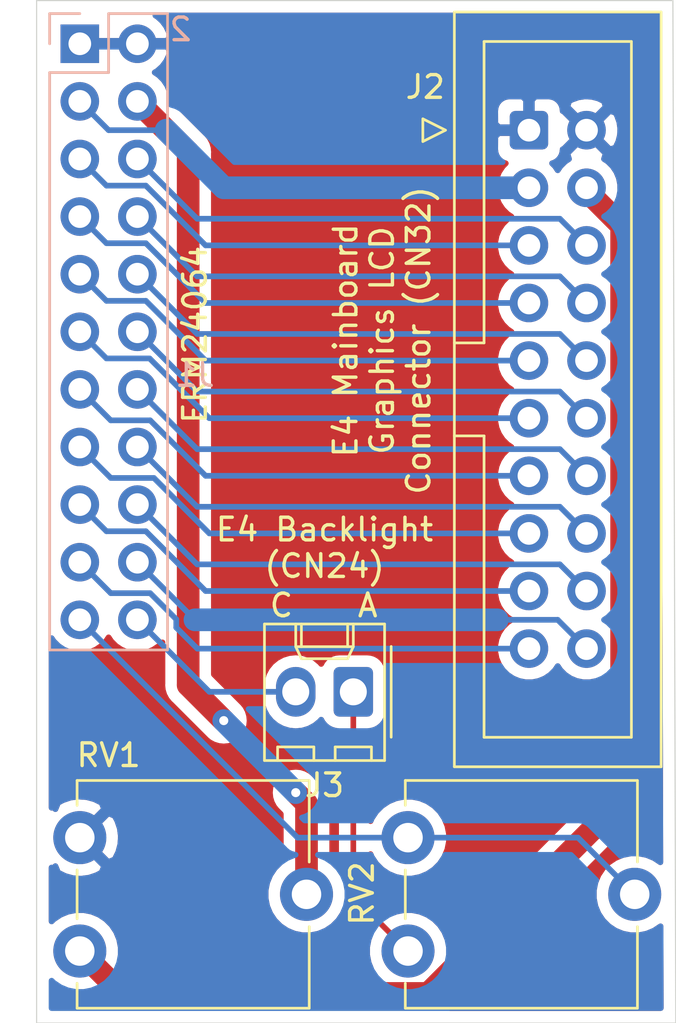
<source format=kicad_pcb>
(kicad_pcb (version 20171130) (host pcbnew "(5.1.10)-1")

  (general
    (thickness 1.6)
    (drawings 10)
    (tracks 85)
    (zones 0)
    (modules 5)
    (nets 24)
  )

  (page A4)
  (layers
    (0 F.Cu signal)
    (31 B.Cu signal)
    (32 B.Adhes user)
    (33 F.Adhes user)
    (34 B.Paste user)
    (35 F.Paste user)
    (36 B.SilkS user)
    (37 F.SilkS user)
    (38 B.Mask user)
    (39 F.Mask user)
    (40 Dwgs.User user)
    (41 Cmts.User user)
    (42 Eco1.User user)
    (43 Eco2.User user)
    (44 Edge.Cuts user)
    (45 Margin user)
    (46 B.CrtYd user)
    (47 F.CrtYd user)
    (48 B.Fab user)
    (49 F.Fab user)
  )

  (setup
    (last_trace_width 1)
    (user_trace_width 0.25)
    (user_trace_width 0.5)
    (user_trace_width 0.75)
    (user_trace_width 1)
    (trace_clearance 0.2)
    (zone_clearance 0.508)
    (zone_45_only no)
    (trace_min 0.2)
    (via_size 0.8)
    (via_drill 0.4)
    (via_min_size 0.4)
    (via_min_drill 0.3)
    (uvia_size 0.3)
    (uvia_drill 0.1)
    (uvias_allowed no)
    (uvia_min_size 0.2)
    (uvia_min_drill 0.1)
    (edge_width 0.05)
    (segment_width 0.2)
    (pcb_text_width 0.3)
    (pcb_text_size 1.5 1.5)
    (mod_edge_width 0.12)
    (mod_text_size 1 1)
    (mod_text_width 0.15)
    (pad_size 1.524 1.524)
    (pad_drill 0.762)
    (pad_to_mask_clearance 0)
    (aux_axis_origin 0 0)
    (visible_elements 7FFFFFFF)
    (pcbplotparams
      (layerselection 0x010fc_ffffffff)
      (usegerberextensions false)
      (usegerberattributes true)
      (usegerberadvancedattributes true)
      (creategerberjobfile true)
      (excludeedgelayer true)
      (linewidth 0.100000)
      (plotframeref false)
      (viasonmask false)
      (mode 1)
      (useauxorigin false)
      (hpglpennumber 1)
      (hpglpenspeed 20)
      (hpglpendiameter 15.000000)
      (psnegative false)
      (psa4output false)
      (plotreference true)
      (plotvalue true)
      (plotinvisibletext false)
      (padsonsilk false)
      (subtractmaskfromsilk false)
      (outputformat 1)
      (mirror false)
      (drillshape 0)
      (scaleselection 1)
      (outputdirectory "gerber/"))
  )

  (net 0 "")
  (net 1 GND)
  (net 2 +5V)
  (net 3 "Net-(J1-Pad4)")
  (net 4 ~WR)
  (net 5 ~RD)
  (net 6 ~CE)
  (net 7 C_D)
  (net 8 NC)
  (net 9 ~RST)
  (net 10 DB0)
  (net 11 DB1)
  (net 12 DB2)
  (net 13 DB3)
  (net 14 DB4)
  (net 15 DB5)
  (net 16 DB6)
  (net 17 DB7)
  (net 18 FS)
  (net 19 VOUT)
  (net 20 V0)
  (net 21 LED_A)
  (net 22 LED_K)
  (net 23 "Net-(J3-Pad1)")

  (net_class Default "This is the default net class."
    (clearance 0.2)
    (trace_width 0.25)
    (via_dia 0.8)
    (via_drill 0.4)
    (uvia_dia 0.3)
    (uvia_drill 0.1)
    (add_net +5V)
    (add_net C_D)
    (add_net DB0)
    (add_net DB1)
    (add_net DB2)
    (add_net DB3)
    (add_net DB4)
    (add_net DB5)
    (add_net DB6)
    (add_net DB7)
    (add_net FS)
    (add_net GND)
    (add_net LED_A)
    (add_net LED_K)
    (add_net NC)
    (add_net "Net-(J1-Pad4)")
    (add_net "Net-(J3-Pad1)")
    (add_net V0)
    (add_net VOUT)
    (add_net ~CE)
    (add_net ~RD)
    (add_net ~RST)
    (add_net ~WR)
  )

  (module Connector_PinSocket_2.54mm:PinSocket_2x11_P2.54mm_Vertical (layer B.Cu) (tedit 5A19A41F) (tstamp 60F11A8B)
    (at 127 30.48 180)
    (descr "Through hole straight socket strip, 2x11, 2.54mm pitch, double cols (from Kicad 4.0.7), script generated")
    (tags "Through hole socket strip THT 2x11 2.54mm double row")
    (path /60F381EC)
    (fp_text reference J1 (at -5.08 -14.605) (layer B.SilkS)
      (effects (font (size 1 1) (thickness 0.15)) (justify mirror))
    )
    (fp_text value ERM24064-1-display (at -1.27 -9.398 270) (layer F.Fab)
      (effects (font (size 1 1) (thickness 0.15)))
    )
    (fp_line (start -3.81 1.27) (end 0.27 1.27) (layer B.Fab) (width 0.1))
    (fp_line (start 0.27 1.27) (end 1.27 0.27) (layer B.Fab) (width 0.1))
    (fp_line (start 1.27 0.27) (end 1.27 -26.67) (layer B.Fab) (width 0.1))
    (fp_line (start 1.27 -26.67) (end -3.81 -26.67) (layer B.Fab) (width 0.1))
    (fp_line (start -3.81 -26.67) (end -3.81 1.27) (layer B.Fab) (width 0.1))
    (fp_line (start -3.87 1.33) (end -1.27 1.33) (layer B.SilkS) (width 0.12))
    (fp_line (start -3.87 1.33) (end -3.87 -26.73) (layer B.SilkS) (width 0.12))
    (fp_line (start -3.87 -26.73) (end 1.33 -26.73) (layer B.SilkS) (width 0.12))
    (fp_line (start 1.33 -1.27) (end 1.33 -26.73) (layer B.SilkS) (width 0.12))
    (fp_line (start -1.27 -1.27) (end 1.33 -1.27) (layer B.SilkS) (width 0.12))
    (fp_line (start -1.27 1.33) (end -1.27 -1.27) (layer B.SilkS) (width 0.12))
    (fp_line (start 1.33 1.33) (end 1.33 0) (layer B.SilkS) (width 0.12))
    (fp_line (start 0 1.33) (end 1.33 1.33) (layer B.SilkS) (width 0.12))
    (fp_line (start -4.34 1.8) (end 1.76 1.8) (layer B.CrtYd) (width 0.05))
    (fp_line (start 1.76 1.8) (end 1.76 -27.15) (layer B.CrtYd) (width 0.05))
    (fp_line (start 1.76 -27.15) (end -4.34 -27.15) (layer B.CrtYd) (width 0.05))
    (fp_line (start -4.34 -27.15) (end -4.34 1.8) (layer B.CrtYd) (width 0.05))
    (fp_text user %R (at -1.27 -12.7 270) (layer B.Fab)
      (effects (font (size 1 1) (thickness 0.15)) (justify mirror))
    )
    (pad 1 thru_hole rect (at 0 0 180) (size 1.7 1.7) (drill 1) (layers *.Cu *.Mask)
      (net 1 GND))
    (pad 2 thru_hole oval (at -2.54 0 180) (size 1.7 1.7) (drill 1) (layers *.Cu *.Mask)
      (net 1 GND))
    (pad 3 thru_hole oval (at 0 -2.54 180) (size 1.7 1.7) (drill 1) (layers *.Cu *.Mask)
      (net 2 +5V))
    (pad 4 thru_hole oval (at -2.54 -2.54 180) (size 1.7 1.7) (drill 1) (layers *.Cu *.Mask)
      (net 3 "Net-(J1-Pad4)"))
    (pad 5 thru_hole oval (at 0 -5.08 180) (size 1.7 1.7) (drill 1) (layers *.Cu *.Mask)
      (net 4 ~WR))
    (pad 6 thru_hole oval (at -2.54 -5.08 180) (size 1.7 1.7) (drill 1) (layers *.Cu *.Mask)
      (net 5 ~RD))
    (pad 7 thru_hole oval (at 0 -7.62 180) (size 1.7 1.7) (drill 1) (layers *.Cu *.Mask)
      (net 6 ~CE))
    (pad 8 thru_hole oval (at -2.54 -7.62 180) (size 1.7 1.7) (drill 1) (layers *.Cu *.Mask)
      (net 7 C_D))
    (pad 9 thru_hole oval (at 0 -10.16 180) (size 1.7 1.7) (drill 1) (layers *.Cu *.Mask)
      (net 8 NC))
    (pad 10 thru_hole oval (at -2.54 -10.16 180) (size 1.7 1.7) (drill 1) (layers *.Cu *.Mask)
      (net 9 ~RST))
    (pad 11 thru_hole oval (at 0 -12.7 180) (size 1.7 1.7) (drill 1) (layers *.Cu *.Mask)
      (net 10 DB0))
    (pad 12 thru_hole oval (at -2.54 -12.7 180) (size 1.7 1.7) (drill 1) (layers *.Cu *.Mask)
      (net 11 DB1))
    (pad 13 thru_hole oval (at 0 -15.24 180) (size 1.7 1.7) (drill 1) (layers *.Cu *.Mask)
      (net 12 DB2))
    (pad 14 thru_hole oval (at -2.54 -15.24 180) (size 1.7 1.7) (drill 1) (layers *.Cu *.Mask)
      (net 13 DB3))
    (pad 15 thru_hole oval (at 0 -17.78 180) (size 1.7 1.7) (drill 1) (layers *.Cu *.Mask)
      (net 14 DB4))
    (pad 16 thru_hole oval (at -2.54 -17.78 180) (size 1.7 1.7) (drill 1) (layers *.Cu *.Mask)
      (net 15 DB5))
    (pad 17 thru_hole oval (at 0 -20.32 180) (size 1.7 1.7) (drill 1) (layers *.Cu *.Mask)
      (net 16 DB6))
    (pad 18 thru_hole oval (at -2.54 -20.32 180) (size 1.7 1.7) (drill 1) (layers *.Cu *.Mask)
      (net 17 DB7))
    (pad 19 thru_hole oval (at 0 -22.86 180) (size 1.7 1.7) (drill 1) (layers *.Cu *.Mask)
      (net 18 FS))
    (pad 20 thru_hole oval (at -2.54 -22.86 180) (size 1.7 1.7) (drill 1) (layers *.Cu *.Mask)
      (net 19 VOUT))
    (pad 21 thru_hole oval (at 0 -25.4 180) (size 1.7 1.7) (drill 1) (layers *.Cu *.Mask)
      (net 21 LED_A))
    (pad 22 thru_hole oval (at -2.54 -25.4 180) (size 1.7 1.7) (drill 1) (layers *.Cu *.Mask)
      (net 22 LED_K))
    (model ${KISYS3DMOD}/Connector_PinSocket_2.54mm.3dshapes/PinSocket_2x11_P2.54mm_Vertical.wrl
      (at (xyz 0 0 0))
      (scale (xyz 1 1 1))
      (rotate (xyz 0 0 0))
    )
  )

  (module Connector_IDC:IDC-Header_2x10_P2.54mm_Vertical (layer F.Cu) (tedit 5EAC9A07) (tstamp 60F128F0)
    (at 146.812 34.29)
    (descr "Through hole IDC box header, 2x10, 2.54mm pitch, DIN 41651 / IEC 60603-13, double rows, https://docs.google.com/spreadsheets/d/16SsEcesNF15N3Lb4niX7dcUr-NY5_MFPQhobNuNppn4/edit#gid=0")
    (tags "Through hole vertical IDC box header THT 2x10 2.54mm double row")
    (path /60F3A593)
    (fp_text reference J2 (at -4.572 -1.905) (layer F.SilkS)
      (effects (font (size 1 1) (thickness 0.15)))
    )
    (fp_text value ERM24064-1-mainboard (at -1.778 11.938 90) (layer F.Fab)
      (effects (font (size 1 1) (thickness 0.15)))
    )
    (fp_line (start -3.18 -4.1) (end -2.18 -5.1) (layer F.Fab) (width 0.1))
    (fp_line (start -2.18 -5.1) (end 5.72 -5.1) (layer F.Fab) (width 0.1))
    (fp_line (start 5.72 -5.1) (end 5.72 27.96) (layer F.Fab) (width 0.1))
    (fp_line (start 5.72 27.96) (end -3.18 27.96) (layer F.Fab) (width 0.1))
    (fp_line (start -3.18 27.96) (end -3.18 -4.1) (layer F.Fab) (width 0.1))
    (fp_line (start -3.18 9.38) (end -1.98 9.38) (layer F.Fab) (width 0.1))
    (fp_line (start -1.98 9.38) (end -1.98 -3.91) (layer F.Fab) (width 0.1))
    (fp_line (start -1.98 -3.91) (end 4.52 -3.91) (layer F.Fab) (width 0.1))
    (fp_line (start 4.52 -3.91) (end 4.52 26.77) (layer F.Fab) (width 0.1))
    (fp_line (start 4.52 26.77) (end -1.98 26.77) (layer F.Fab) (width 0.1))
    (fp_line (start -1.98 26.77) (end -1.98 13.48) (layer F.Fab) (width 0.1))
    (fp_line (start -1.98 13.48) (end -1.98 13.48) (layer F.Fab) (width 0.1))
    (fp_line (start -1.98 13.48) (end -3.18 13.48) (layer F.Fab) (width 0.1))
    (fp_line (start -3.29 -5.21) (end 5.83 -5.21) (layer F.SilkS) (width 0.12))
    (fp_line (start 5.83 -5.21) (end 5.83 28.07) (layer F.SilkS) (width 0.12))
    (fp_line (start 5.83 28.07) (end -3.29 28.07) (layer F.SilkS) (width 0.12))
    (fp_line (start -3.29 28.07) (end -3.29 -5.21) (layer F.SilkS) (width 0.12))
    (fp_line (start -3.29 9.38) (end -1.98 9.38) (layer F.SilkS) (width 0.12))
    (fp_line (start -1.98 9.38) (end -1.98 -3.91) (layer F.SilkS) (width 0.12))
    (fp_line (start -1.98 -3.91) (end 4.52 -3.91) (layer F.SilkS) (width 0.12))
    (fp_line (start 4.52 -3.91) (end 4.52 26.77) (layer F.SilkS) (width 0.12))
    (fp_line (start 4.52 26.77) (end -1.98 26.77) (layer F.SilkS) (width 0.12))
    (fp_line (start -1.98 26.77) (end -1.98 13.48) (layer F.SilkS) (width 0.12))
    (fp_line (start -1.98 13.48) (end -1.98 13.48) (layer F.SilkS) (width 0.12))
    (fp_line (start -1.98 13.48) (end -3.29 13.48) (layer F.SilkS) (width 0.12))
    (fp_line (start -3.68 0) (end -4.68 -0.5) (layer F.SilkS) (width 0.12))
    (fp_line (start -4.68 -0.5) (end -4.68 0.5) (layer F.SilkS) (width 0.12))
    (fp_line (start -4.68 0.5) (end -3.68 0) (layer F.SilkS) (width 0.12))
    (fp_line (start -3.68 -5.6) (end -3.68 28.46) (layer F.CrtYd) (width 0.05))
    (fp_line (start -3.68 28.46) (end 6.22 28.46) (layer F.CrtYd) (width 0.05))
    (fp_line (start 6.22 28.46) (end 6.22 -5.6) (layer F.CrtYd) (width 0.05))
    (fp_line (start 6.22 -5.6) (end -3.68 -5.6) (layer F.CrtYd) (width 0.05))
    (fp_text user %R (at 1.27 11.43 90) (layer F.Fab)
      (effects (font (size 1 1) (thickness 0.15)))
    )
    (pad 1 thru_hole roundrect (at 0 0) (size 1.7 1.7) (drill 1) (layers *.Cu *.Mask) (roundrect_rratio 0.1470588235294118)
      (net 1 GND))
    (pad 3 thru_hole circle (at 0 2.54) (size 1.7 1.7) (drill 1) (layers *.Cu *.Mask)
      (net 2 +5V))
    (pad 5 thru_hole circle (at 0 5.08) (size 1.7 1.7) (drill 1) (layers *.Cu *.Mask)
      (net 4 ~WR))
    (pad 7 thru_hole circle (at 0 7.62) (size 1.7 1.7) (drill 1) (layers *.Cu *.Mask)
      (net 6 ~CE))
    (pad 9 thru_hole circle (at 0 10.16) (size 1.7 1.7) (drill 1) (layers *.Cu *.Mask)
      (net 8 NC))
    (pad 11 thru_hole circle (at 0 12.7) (size 1.7 1.7) (drill 1) (layers *.Cu *.Mask)
      (net 10 DB0))
    (pad 13 thru_hole circle (at 0 15.24) (size 1.7 1.7) (drill 1) (layers *.Cu *.Mask)
      (net 12 DB2))
    (pad 15 thru_hole circle (at 0 17.78) (size 1.7 1.7) (drill 1) (layers *.Cu *.Mask)
      (net 14 DB4))
    (pad 17 thru_hole circle (at 0 20.32) (size 1.7 1.7) (drill 1) (layers *.Cu *.Mask)
      (net 16 DB6))
    (pad 19 thru_hole circle (at 0 22.86) (size 1.7 1.7) (drill 1) (layers *.Cu *.Mask)
      (net 18 FS))
    (pad 2 thru_hole circle (at 2.54 0) (size 1.7 1.7) (drill 1) (layers *.Cu *.Mask)
      (net 1 GND))
    (pad 4 thru_hole circle (at 2.54 2.54) (size 1.7 1.7) (drill 1) (layers *.Cu *.Mask)
      (net 20 V0))
    (pad 6 thru_hole circle (at 2.54 5.08) (size 1.7 1.7) (drill 1) (layers *.Cu *.Mask)
      (net 5 ~RD))
    (pad 8 thru_hole circle (at 2.54 7.62) (size 1.7 1.7) (drill 1) (layers *.Cu *.Mask)
      (net 7 C_D))
    (pad 10 thru_hole circle (at 2.54 10.16) (size 1.7 1.7) (drill 1) (layers *.Cu *.Mask)
      (net 9 ~RST))
    (pad 12 thru_hole circle (at 2.54 12.7) (size 1.7 1.7) (drill 1) (layers *.Cu *.Mask)
      (net 11 DB1))
    (pad 14 thru_hole circle (at 2.54 15.24) (size 1.7 1.7) (drill 1) (layers *.Cu *.Mask)
      (net 13 DB3))
    (pad 16 thru_hole circle (at 2.54 17.78) (size 1.7 1.7) (drill 1) (layers *.Cu *.Mask)
      (net 15 DB5))
    (pad 18 thru_hole circle (at 2.54 20.32) (size 1.7 1.7) (drill 1) (layers *.Cu *.Mask)
      (net 17 DB7))
    (pad 20 thru_hole circle (at 2.54 22.86) (size 1.7 1.7) (drill 1) (layers *.Cu *.Mask)
      (net 19 VOUT))
    (model ${KISYS3DMOD}/Connector_IDC.3dshapes/IDC-Header_2x10_P2.54mm_Vertical.wrl
      (at (xyz 0 0 0))
      (scale (xyz 1 1 1))
      (rotate (xyz 0 0 0))
    )
  )

  (module Potentiometer_THT:Potentiometer_ACP_CA9-V10_Vertical (layer F.Cu) (tedit 5A3D4994) (tstamp 60F13C56)
    (at 127 70.485)
    (descr "Potentiometer, vertical, ACP CA9-V10, http://www.acptechnologies.com/wp-content/uploads/2017/05/02-ACP-CA9-CE9.pdf")
    (tags "Potentiometer vertical ACP CA9-V10")
    (path /60F1FCDA)
    (fp_text reference RV1 (at 1.27 -8.636) (layer F.SilkS)
      (effects (font (size 1 1) (thickness 0.15)))
    )
    (fp_text value "Trimpot 10k" (at 5.334 1.651) (layer F.Fab)
      (effects (font (size 1 1) (thickness 0.15)))
    )
    (fp_circle (center 5 -2.5) (end 6.05 -2.5) (layer F.Fab) (width 0.1))
    (fp_line (start 0 -7.4) (end 0 2.4) (layer F.Fab) (width 0.1))
    (fp_line (start 0 2.4) (end 10 2.4) (layer F.Fab) (width 0.1))
    (fp_line (start 10 2.4) (end 10 -7.4) (layer F.Fab) (width 0.1))
    (fp_line (start 10 -7.4) (end 0 -7.4) (layer F.Fab) (width 0.1))
    (fp_line (start -0.12 -7.521) (end 10.12 -7.521) (layer F.SilkS) (width 0.12))
    (fp_line (start -0.12 2.52) (end 10.12 2.52) (layer F.SilkS) (width 0.12))
    (fp_line (start -0.12 -7.521) (end -0.12 -6.426) (layer F.SilkS) (width 0.12))
    (fp_line (start -0.12 -3.574) (end -0.12 -1.425) (layer F.SilkS) (width 0.12))
    (fp_line (start -0.12 1.425) (end -0.12 2.52) (layer F.SilkS) (width 0.12))
    (fp_line (start 10.12 -7.521) (end 10.12 -3.925) (layer F.SilkS) (width 0.12))
    (fp_line (start 10.12 -1.075) (end 10.12 2.52) (layer F.SilkS) (width 0.12))
    (fp_line (start -1.45 -7.65) (end -1.45 2.7) (layer F.CrtYd) (width 0.05))
    (fp_line (start -1.45 2.7) (end 11.45 2.7) (layer F.CrtYd) (width 0.05))
    (fp_line (start 11.45 2.7) (end 11.45 -7.65) (layer F.CrtYd) (width 0.05))
    (fp_line (start 11.45 -7.65) (end -1.45 -7.65) (layer F.CrtYd) (width 0.05))
    (fp_text user %R (at 1 -2.5 90) (layer F.Fab)
      (effects (font (size 1 1) (thickness 0.15)))
    )
    (pad 3 thru_hole circle (at 0 -5) (size 2.34 2.34) (drill 1.3) (layers *.Cu *.Mask)
      (net 1 GND))
    (pad 2 thru_hole circle (at 10 -2.5) (size 2.34 2.34) (drill 1.3) (layers *.Cu *.Mask)
      (net 3 "Net-(J1-Pad4)"))
    (pad 1 thru_hole circle (at 0 0) (size 2.34 2.34) (drill 1.3) (layers *.Cu *.Mask)
      (net 20 V0))
    (model ${KISYS3DMOD}/Potentiometer_THT.3dshapes/Potentiometer_ACP_CA9-V10_Vertical.wrl
      (at (xyz 0 0 0))
      (scale (xyz 1 1 1))
      (rotate (xyz 0 0 0))
    )
  )

  (module Potentiometer_THT:Potentiometer_ACP_CA9-V10_Vertical (layer F.Cu) (tedit 5A3D4994) (tstamp 60F1138A)
    (at 141.478 70.485)
    (descr "Potentiometer, vertical, ACP CA9-V10, http://www.acptechnologies.com/wp-content/uploads/2017/05/02-ACP-CA9-CE9.pdf")
    (tags "Potentiometer vertical ACP CA9-V10")
    (path /60F41176)
    (fp_text reference RV2 (at -2.032 -2.54 270) (layer F.SilkS)
      (effects (font (size 1 1) (thickness 0.15)))
    )
    (fp_text value "Trimpot 1k" (at 5.207 1.651) (layer F.Fab)
      (effects (font (size 1 1) (thickness 0.15)))
    )
    (fp_line (start 11.45 -7.65) (end -1.45 -7.65) (layer F.CrtYd) (width 0.05))
    (fp_line (start 11.45 2.7) (end 11.45 -7.65) (layer F.CrtYd) (width 0.05))
    (fp_line (start -1.45 2.7) (end 11.45 2.7) (layer F.CrtYd) (width 0.05))
    (fp_line (start -1.45 -7.65) (end -1.45 2.7) (layer F.CrtYd) (width 0.05))
    (fp_line (start 10.12 -1.075) (end 10.12 2.52) (layer F.SilkS) (width 0.12))
    (fp_line (start 10.12 -7.521) (end 10.12 -3.925) (layer F.SilkS) (width 0.12))
    (fp_line (start -0.12 1.425) (end -0.12 2.52) (layer F.SilkS) (width 0.12))
    (fp_line (start -0.12 -3.574) (end -0.12 -1.425) (layer F.SilkS) (width 0.12))
    (fp_line (start -0.12 -7.521) (end -0.12 -6.426) (layer F.SilkS) (width 0.12))
    (fp_line (start -0.12 2.52) (end 10.12 2.52) (layer F.SilkS) (width 0.12))
    (fp_line (start -0.12 -7.521) (end 10.12 -7.521) (layer F.SilkS) (width 0.12))
    (fp_line (start 10 -7.4) (end 0 -7.4) (layer F.Fab) (width 0.1))
    (fp_line (start 10 2.4) (end 10 -7.4) (layer F.Fab) (width 0.1))
    (fp_line (start 0 2.4) (end 10 2.4) (layer F.Fab) (width 0.1))
    (fp_line (start 0 -7.4) (end 0 2.4) (layer F.Fab) (width 0.1))
    (fp_circle (center 5 -2.5) (end 6.05 -2.5) (layer F.Fab) (width 0.1))
    (fp_text user %R (at 1 -2.5 90) (layer F.Fab)
      (effects (font (size 1 1) (thickness 0.15)))
    )
    (pad 1 thru_hole circle (at 0 0) (size 2.34 2.34) (drill 1.3) (layers *.Cu *.Mask)
      (net 23 "Net-(J3-Pad1)"))
    (pad 2 thru_hole circle (at 10 -2.5) (size 2.34 2.34) (drill 1.3) (layers *.Cu *.Mask)
      (net 21 LED_A))
    (pad 3 thru_hole circle (at 0 -5) (size 2.34 2.34) (drill 1.3) (layers *.Cu *.Mask)
      (net 21 LED_A))
    (model ${KISYS3DMOD}/Potentiometer_THT.3dshapes/Potentiometer_ACP_CA9-V10_Vertical.wrl
      (at (xyz 0 0 0))
      (scale (xyz 1 1 1))
      (rotate (xyz 0 0 0))
    )
  )

  (module Connector_Molex:Molex_KK-254_AE-6410-02A_1x02_P2.54mm_Vertical (layer F.Cu) (tedit 5EA53D3B) (tstamp 60F0B5CD)
    (at 139.065 59.055 180)
    (descr "Molex KK-254 Interconnect System, old/engineering part number: AE-6410-02A example for new part number: 22-27-2021, 2 Pins (http://www.molex.com/pdm_docs/sd/022272021_sd.pdf), generated with kicad-footprint-generator")
    (tags "connector Molex KK-254 vertical")
    (path /60F0E76F)
    (fp_text reference J3 (at 1.27 -4.12) (layer F.SilkS)
      (effects (font (size 1 1) (thickness 0.15)))
    )
    (fp_text value Backlight_Connector_Mainboard_CN24 (at 1.27 4.08) (layer F.Fab)
      (effects (font (size 1 1) (thickness 0.15)))
    )
    (fp_line (start 4.31 -3.42) (end -1.77 -3.42) (layer F.CrtYd) (width 0.05))
    (fp_line (start 4.31 3.38) (end 4.31 -3.42) (layer F.CrtYd) (width 0.05))
    (fp_line (start -1.77 3.38) (end 4.31 3.38) (layer F.CrtYd) (width 0.05))
    (fp_line (start -1.77 -3.42) (end -1.77 3.38) (layer F.CrtYd) (width 0.05))
    (fp_line (start 3.34 -2.43) (end 3.34 -3.03) (layer F.SilkS) (width 0.12))
    (fp_line (start 1.74 -2.43) (end 3.34 -2.43) (layer F.SilkS) (width 0.12))
    (fp_line (start 1.74 -3.03) (end 1.74 -2.43) (layer F.SilkS) (width 0.12))
    (fp_line (start 0.8 -2.43) (end 0.8 -3.03) (layer F.SilkS) (width 0.12))
    (fp_line (start -0.8 -2.43) (end 0.8 -2.43) (layer F.SilkS) (width 0.12))
    (fp_line (start -0.8 -3.03) (end -0.8 -2.43) (layer F.SilkS) (width 0.12))
    (fp_line (start 2.29 2.99) (end 2.29 1.99) (layer F.SilkS) (width 0.12))
    (fp_line (start 0.25 2.99) (end 0.25 1.99) (layer F.SilkS) (width 0.12))
    (fp_line (start 2.29 1.46) (end 2.54 1.99) (layer F.SilkS) (width 0.12))
    (fp_line (start 0.25 1.46) (end 2.29 1.46) (layer F.SilkS) (width 0.12))
    (fp_line (start 0 1.99) (end 0.25 1.46) (layer F.SilkS) (width 0.12))
    (fp_line (start 2.54 1.99) (end 2.54 2.99) (layer F.SilkS) (width 0.12))
    (fp_line (start 0 1.99) (end 2.54 1.99) (layer F.SilkS) (width 0.12))
    (fp_line (start 0 2.99) (end 0 1.99) (layer F.SilkS) (width 0.12))
    (fp_line (start -0.562893 0) (end -1.27 0.5) (layer F.Fab) (width 0.1))
    (fp_line (start -1.27 -0.5) (end -0.562893 0) (layer F.Fab) (width 0.1))
    (fp_line (start -1.67 -2) (end -1.67 2) (layer F.SilkS) (width 0.12))
    (fp_line (start 3.92 -3.03) (end -1.38 -3.03) (layer F.SilkS) (width 0.12))
    (fp_line (start 3.92 2.99) (end 3.92 -3.03) (layer F.SilkS) (width 0.12))
    (fp_line (start -1.38 2.99) (end 3.92 2.99) (layer F.SilkS) (width 0.12))
    (fp_line (start -1.38 -3.03) (end -1.38 2.99) (layer F.SilkS) (width 0.12))
    (fp_line (start 3.81 -2.92) (end -1.27 -2.92) (layer F.Fab) (width 0.1))
    (fp_line (start 3.81 2.88) (end 3.81 -2.92) (layer F.Fab) (width 0.1))
    (fp_line (start -1.27 2.88) (end 3.81 2.88) (layer F.Fab) (width 0.1))
    (fp_line (start -1.27 -2.92) (end -1.27 2.88) (layer F.Fab) (width 0.1))
    (fp_text user %R (at 1.27 -2.22) (layer F.Fab)
      (effects (font (size 1 1) (thickness 0.15)))
    )
    (pad 1 thru_hole roundrect (at 0 0 180) (size 1.74 2.19) (drill 1.19) (layers *.Cu *.Mask) (roundrect_rratio 0.143678)
      (net 23 "Net-(J3-Pad1)"))
    (pad 2 thru_hole oval (at 2.54 0 180) (size 1.74 2.19) (drill 1.19) (layers *.Cu *.Mask)
      (net 22 LED_K))
    (model ${KISYS3DMOD}/Connector_Molex.3dshapes/Molex_KK-254_AE-6410-02A_1x02_P2.54mm_Vertical.wrl
      (at (xyz 0 0 0))
      (scale (xyz 1 1 1))
      (rotate (xyz 0 0 0))
    )
  )

  (gr_text 2 (at 131.445 29.845) (layer B.SilkS)
    (effects (font (size 1 1) (thickness 0.15)) (justify mirror))
  )
  (gr_text C (at 135.89 55.245) (layer F.SilkS)
    (effects (font (size 1 1) (thickness 0.15)))
  )
  (gr_text A (at 139.7 55.245) (layer F.SilkS)
    (effects (font (size 1 1) (thickness 0.15)))
  )
  (gr_text ERM24064 (at 132.08 43.307 90) (layer F.SilkS)
    (effects (font (size 1 1) (thickness 0.15)))
  )
  (gr_text "E4 Backlight\n(CN24)" (at 137.795 52.705) (layer F.SilkS)
    (effects (font (size 1 1) (thickness 0.15)))
  )
  (gr_text "E4 Mainboard\nGraphics LCD\nConnector (CN32)" (at 140.335 43.561 90) (layer F.SilkS)
    (effects (font (size 1 1) (thickness 0.15)))
  )
  (gr_line (start 153.289 73.66) (end 125.095 73.66) (layer Edge.Cuts) (width 0.05) (tstamp 60F134C0))
  (gr_line (start 153.162 28.575) (end 153.289 73.66) (layer Edge.Cuts) (width 0.05))
  (gr_line (start 125.095 73.66) (end 125.095 28.575) (layer Edge.Cuts) (width 0.05) (tstamp 60F12114))
  (gr_line (start 125.095 28.575) (end 153.162 28.575) (layer Edge.Cuts) (width 0.05))

  (segment (start 146.812 36.83) (end 133.35 36.83) (width 1) (layer B.Cu) (net 2))
  (segment (start 133.35 36.83) (end 130.81 34.29) (width 1) (layer B.Cu) (net 2))
  (segment (start 128.27 34.29) (end 127 33.02) (width 0.25) (layer B.Cu) (net 2))
  (segment (start 130.81 34.29) (end 128.27 34.29) (width 0.25) (layer B.Cu) (net 2))
  (segment (start 131.77999 35.25999) (end 129.54 33.02) (width 1) (layer F.Cu) (net 3))
  (via (at 136.525 63.5) (size 0.8) (drill 0.4) (layers F.Cu B.Cu) (net 3))
  (segment (start 137 63.975) (end 136.525 63.5) (width 1) (layer F.Cu) (net 3))
  (segment (start 137 67.985) (end 137 63.975) (width 1) (layer F.Cu) (net 3))
  (via (at 133.35 60.325) (size 0.8) (drill 0.4) (layers F.Cu B.Cu) (net 3))
  (segment (start 136.525 63.5) (end 133.35 60.325) (width 1) (layer B.Cu) (net 3))
  (segment (start 131.77999 58.75499) (end 131.77999 35.25999) (width 1) (layer F.Cu) (net 3))
  (segment (start 133.35 60.325) (end 131.77999 58.75499) (width 1) (layer F.Cu) (net 3))
  (segment (start 128.175001 36.735001) (end 127 35.56) (width 0.25) (layer B.Cu) (net 4))
  (segment (start 129.914003 36.735001) (end 128.175001 36.735001) (width 0.25) (layer B.Cu) (net 4))
  (segment (start 132.549002 39.37) (end 129.914003 36.735001) (width 0.25) (layer B.Cu) (net 4))
  (segment (start 146.812 39.37) (end 132.549002 39.37) (width 0.25) (layer B.Cu) (net 4))
  (segment (start 148.176999 38.194999) (end 149.352 39.37) (width 0.25) (layer B.Cu) (net 5))
  (segment (start 132.174999 38.194999) (end 148.176999 38.194999) (width 0.25) (layer B.Cu) (net 5))
  (segment (start 129.54 35.56) (end 132.174999 38.194999) (width 0.25) (layer B.Cu) (net 5))
  (segment (start 128.175001 39.275001) (end 127 38.1) (width 0.25) (layer B.Cu) (net 6))
  (segment (start 129.914003 39.275001) (end 128.175001 39.275001) (width 0.25) (layer B.Cu) (net 6))
  (segment (start 132.549002 41.91) (end 129.914003 39.275001) (width 0.25) (layer B.Cu) (net 6))
  (segment (start 146.812 41.91) (end 132.549002 41.91) (width 0.25) (layer B.Cu) (net 6))
  (segment (start 148.176999 40.734999) (end 149.352 41.91) (width 0.25) (layer B.Cu) (net 7))
  (segment (start 132.174999 40.734999) (end 148.176999 40.734999) (width 0.25) (layer B.Cu) (net 7))
  (segment (start 129.54 38.1) (end 132.174999 40.734999) (width 0.25) (layer B.Cu) (net 7))
  (segment (start 128.175001 41.815001) (end 127 40.64) (width 0.25) (layer B.Cu) (net 8))
  (segment (start 129.914003 41.815001) (end 128.175001 41.815001) (width 0.25) (layer B.Cu) (net 8))
  (segment (start 132.549002 44.45) (end 129.914003 41.815001) (width 0.25) (layer B.Cu) (net 8))
  (segment (start 146.812 44.45) (end 132.549002 44.45) (width 0.25) (layer B.Cu) (net 8))
  (segment (start 148.176999 43.274999) (end 149.352 44.45) (width 0.25) (layer B.Cu) (net 9))
  (segment (start 132.174999 43.274999) (end 148.176999 43.274999) (width 0.25) (layer B.Cu) (net 9))
  (segment (start 129.54 40.64) (end 132.174999 43.274999) (width 0.25) (layer B.Cu) (net 9))
  (segment (start 132.71359 46.99) (end 146.812 46.99) (width 0.25) (layer B.Cu) (net 10))
  (segment (start 130.078591 44.355001) (end 132.71359 46.99) (width 0.25) (layer B.Cu) (net 10))
  (segment (start 128.175001 44.355001) (end 130.078591 44.355001) (width 0.25) (layer B.Cu) (net 10))
  (segment (start 127 43.18) (end 128.175001 44.355001) (width 0.25) (layer B.Cu) (net 10))
  (segment (start 148.176999 45.814999) (end 149.352 46.99) (width 0.25) (layer B.Cu) (net 11))
  (segment (start 132.174999 45.814999) (end 148.176999 45.814999) (width 0.25) (layer B.Cu) (net 11))
  (segment (start 129.54 43.18) (end 132.174999 45.814999) (width 0.25) (layer B.Cu) (net 11))
  (segment (start 132.549002 49.53) (end 146.812 49.53) (width 0.25) (layer B.Cu) (net 12))
  (segment (start 130.104001 47.084999) (end 132.549002 49.53) (width 0.25) (layer B.Cu) (net 12))
  (segment (start 128.364999 47.084999) (end 130.104001 47.084999) (width 0.25) (layer B.Cu) (net 12))
  (segment (start 127 45.72) (end 128.364999 47.084999) (width 0.25) (layer B.Cu) (net 12))
  (segment (start 148.176999 48.354999) (end 149.352 49.53) (width 0.25) (layer B.Cu) (net 13))
  (segment (start 132.174999 48.354999) (end 148.176999 48.354999) (width 0.25) (layer B.Cu) (net 13))
  (segment (start 129.54 45.72) (end 132.174999 48.354999) (width 0.25) (layer B.Cu) (net 13))
  (segment (start 132.71359 52.07) (end 146.812 52.07) (width 0.25) (layer B.Cu) (net 14))
  (segment (start 130.268589 49.624999) (end 132.71359 52.07) (width 0.25) (layer B.Cu) (net 14))
  (segment (start 128.364999 49.624999) (end 130.268589 49.624999) (width 0.25) (layer B.Cu) (net 14))
  (segment (start 127 48.26) (end 128.364999 49.624999) (width 0.25) (layer B.Cu) (net 14))
  (segment (start 148.176999 50.894999) (end 149.352 52.07) (width 0.25) (layer B.Cu) (net 15))
  (segment (start 132.174999 50.894999) (end 148.176999 50.894999) (width 0.25) (layer B.Cu) (net 15))
  (segment (start 129.54 48.26) (end 132.174999 50.894999) (width 0.25) (layer B.Cu) (net 15))
  (segment (start 129.914003 51.975001) (end 132.549002 54.61) (width 0.25) (layer B.Cu) (net 16))
  (segment (start 132.549002 54.61) (end 146.812 54.61) (width 0.25) (layer B.Cu) (net 16))
  (segment (start 128.175001 51.975001) (end 129.914003 51.975001) (width 0.25) (layer B.Cu) (net 16))
  (segment (start 127 50.8) (end 128.175001 51.975001) (width 0.25) (layer B.Cu) (net 16))
  (segment (start 148.176999 53.434999) (end 149.352 54.61) (width 0.25) (layer B.Cu) (net 17))
  (segment (start 132.174999 53.434999) (end 148.176999 53.434999) (width 0.25) (layer B.Cu) (net 17))
  (segment (start 129.54 50.8) (end 132.174999 53.434999) (width 0.25) (layer B.Cu) (net 17))
  (segment (start 132.18326 57.15) (end 146.812 57.15) (width 0.25) (layer B.Cu) (net 18))
  (segment (start 131.25499 56.22173) (end 132.18326 57.15) (width 0.25) (layer B.Cu) (net 18))
  (segment (start 131.25499 55.855988) (end 131.25499 56.22173) (width 0.25) (layer B.Cu) (net 18))
  (segment (start 130.104001 54.704999) (end 131.25499 55.855988) (width 0.25) (layer B.Cu) (net 18))
  (segment (start 128.364999 54.704999) (end 130.104001 54.704999) (width 0.25) (layer B.Cu) (net 18))
  (segment (start 127 53.34) (end 128.364999 54.704999) (width 0.25) (layer B.Cu) (net 18))
  (segment (start 132.08 55.88) (end 145.415 55.88) (width 1) (layer B.Cu) (net 19))
  (segment (start 148.082 55.88) (end 149.352 57.15) (width 0.25) (layer B.Cu) (net 19))
  (segment (start 145.415 55.88) (end 148.082 55.88) (width 0.25) (layer B.Cu) (net 19))
  (segment (start 132.08 55.88) (end 129.54 53.34) (width 0.25) (layer B.Cu) (net 19))
  (segment (start 149.352 36.957) (end 149.352 36.83) (width 1) (layer F.Cu) (net 20))
  (segment (start 150.902001 38.507001) (end 149.352 36.957) (width 1) (layer F.Cu) (net 20))
  (segment (start 150.902001 63.828601) (end 150.902001 38.507001) (width 1) (layer F.Cu) (net 20))
  (segment (start 128.870001 72.355001) (end 142.375601 72.355001) (width 1) (layer F.Cu) (net 20))
  (segment (start 142.375601 72.355001) (end 150.902001 63.828601) (width 1) (layer F.Cu) (net 20))
  (segment (start 127 70.485) (end 128.870001 72.355001) (width 1) (layer F.Cu) (net 20))
  (segment (start 136.605 65.485) (end 127 55.88) (width 0.25) (layer B.Cu) (net 21))
  (segment (start 141.478 65.485) (end 136.605 65.485) (width 0.25) (layer B.Cu) (net 21))
  (segment (start 148.978 65.485) (end 151.478 67.985) (width 0.25) (layer B.Cu) (net 21))
  (segment (start 141.478 65.485) (end 148.978 65.485) (width 0.25) (layer B.Cu) (net 21))
  (segment (start 132.715 59.055) (end 136.525 59.055) (width 0.25) (layer B.Cu) (net 22))
  (segment (start 129.54 55.88) (end 132.715 59.055) (width 0.25) (layer B.Cu) (net 22))
  (segment (start 139.065 68.072) (end 141.478 70.485) (width 0.25) (layer F.Cu) (net 23))
  (segment (start 139.065 59.055) (end 139.065 68.072) (width 0.25) (layer F.Cu) (net 23))

  (zone (net 1) (net_name GND) (layer F.Cu) (tstamp 0) (hatch edge 0.508)
    (connect_pads (clearance 0.508))
    (min_thickness 0.254)
    (fill yes (arc_segments 32) (thermal_gap 0.508) (thermal_bridge_width 0.508))
    (polygon
      (pts
        (xy 153.035 73.66) (xy 125.095 73.66) (xy 125.095 28.575) (xy 153.035 28.575)
      )
    )
    (filled_polygon
      (pts
        (xy 152.609025 66.569872) (xy 152.332988 66.385429) (xy 152.004499 66.249365) (xy 151.655777 66.18) (xy 151.300223 66.18)
        (xy 150.951501 66.249365) (xy 150.623012 66.385429) (xy 150.327379 66.582965) (xy 150.075965 66.834379) (xy 149.878429 67.130012)
        (xy 149.742365 67.458501) (xy 149.673 67.807223) (xy 149.673 68.162777) (xy 149.742365 68.511499) (xy 149.878429 68.839988)
        (xy 150.075965 69.135621) (xy 150.327379 69.387035) (xy 150.623012 69.584571) (xy 150.951501 69.720635) (xy 151.300223 69.79)
        (xy 151.655777 69.79) (xy 152.004499 69.720635) (xy 152.332988 69.584571) (xy 152.616983 69.394811) (xy 152.627138 73)
        (xy 143.335733 73) (xy 151.665147 64.670588) (xy 151.70845 64.63505) (xy 151.850285 64.462224) (xy 151.955677 64.265048)
        (xy 152.020578 64.0511) (xy 152.037001 63.884353) (xy 152.037001 63.884352) (xy 152.042492 63.828601) (xy 152.037001 63.772849)
        (xy 152.037001 38.562742) (xy 152.042491 38.507) (xy 152.037001 38.451258) (xy 152.037001 38.451249) (xy 152.020578 38.284502)
        (xy 151.955677 38.070554) (xy 151.850285 37.873378) (xy 151.70845 37.700552) (xy 151.665141 37.66501) (xy 150.837 36.836869)
        (xy 150.837 36.68374) (xy 150.779932 36.396842) (xy 150.66799 36.126589) (xy 150.505475 35.883368) (xy 150.298632 35.676525)
        (xy 150.125271 35.560689) (xy 150.200792 35.318397) (xy 149.352 34.469605) (xy 148.503208 35.318397) (xy 148.578729 35.560689)
        (xy 148.405368 35.676525) (xy 148.198525 35.883368) (xy 148.082 36.05776) (xy 147.965475 35.883368) (xy 147.83362 35.751513)
        (xy 147.90618 35.729502) (xy 148.016494 35.670537) (xy 148.113185 35.591185) (xy 148.192537 35.494494) (xy 148.251502 35.38418)
        (xy 148.287812 35.264482) (xy 148.300072 35.14) (xy 148.300025 35.131443) (xy 148.323603 35.138792) (xy 149.172395 34.29)
        (xy 149.531605 34.29) (xy 150.380397 35.138792) (xy 150.629472 35.061157) (xy 150.755371 34.797117) (xy 150.827339 34.513589)
        (xy 150.842611 34.221469) (xy 150.800599 33.931981) (xy 150.702919 33.656253) (xy 150.629472 33.518843) (xy 150.380397 33.441208)
        (xy 149.531605 34.29) (xy 149.172395 34.29) (xy 148.323603 33.441208) (xy 148.300025 33.448557) (xy 148.300072 33.44)
        (xy 148.287812 33.315518) (xy 148.271458 33.261603) (xy 148.503208 33.261603) (xy 149.352 34.110395) (xy 150.200792 33.261603)
        (xy 150.123157 33.012528) (xy 149.859117 32.886629) (xy 149.575589 32.814661) (xy 149.283469 32.799389) (xy 148.993981 32.841401)
        (xy 148.718253 32.939081) (xy 148.580843 33.012528) (xy 148.503208 33.261603) (xy 148.271458 33.261603) (xy 148.251502 33.19582)
        (xy 148.192537 33.085506) (xy 148.113185 32.988815) (xy 148.016494 32.909463) (xy 147.90618 32.850498) (xy 147.786482 32.814188)
        (xy 147.662 32.801928) (xy 147.09775 32.805) (xy 146.939 32.96375) (xy 146.939 34.163) (xy 146.959 34.163)
        (xy 146.959 34.417) (xy 146.939 34.417) (xy 146.939 34.437) (xy 146.685 34.437) (xy 146.685 34.417)
        (xy 145.48575 34.417) (xy 145.327 34.57575) (xy 145.323928 35.14) (xy 145.336188 35.264482) (xy 145.372498 35.38418)
        (xy 145.431463 35.494494) (xy 145.510815 35.591185) (xy 145.607506 35.670537) (xy 145.71782 35.729502) (xy 145.79038 35.751513)
        (xy 145.658525 35.883368) (xy 145.49601 36.126589) (xy 145.384068 36.396842) (xy 145.327 36.68374) (xy 145.327 36.97626)
        (xy 145.384068 37.263158) (xy 145.49601 37.533411) (xy 145.658525 37.776632) (xy 145.865368 37.983475) (xy 146.03976 38.1)
        (xy 145.865368 38.216525) (xy 145.658525 38.423368) (xy 145.49601 38.666589) (xy 145.384068 38.936842) (xy 145.327 39.22374)
        (xy 145.327 39.51626) (xy 145.384068 39.803158) (xy 145.49601 40.073411) (xy 145.658525 40.316632) (xy 145.865368 40.523475)
        (xy 146.03976 40.64) (xy 145.865368 40.756525) (xy 145.658525 40.963368) (xy 145.49601 41.206589) (xy 145.384068 41.476842)
        (xy 145.327 41.76374) (xy 145.327 42.05626) (xy 145.384068 42.343158) (xy 145.49601 42.613411) (xy 145.658525 42.856632)
        (xy 145.865368 43.063475) (xy 146.03976 43.18) (xy 145.865368 43.296525) (xy 145.658525 43.503368) (xy 145.49601 43.746589)
        (xy 145.384068 44.016842) (xy 145.327 44.30374) (xy 145.327 44.59626) (xy 145.384068 44.883158) (xy 145.49601 45.153411)
        (xy 145.658525 45.396632) (xy 145.865368 45.603475) (xy 146.03976 45.72) (xy 145.865368 45.836525) (xy 145.658525 46.043368)
        (xy 145.49601 46.286589) (xy 145.384068 46.556842) (xy 145.327 46.84374) (xy 145.327 47.13626) (xy 145.384068 47.423158)
        (xy 145.49601 47.693411) (xy 145.658525 47.936632) (xy 145.865368 48.143475) (xy 146.03976 48.26) (xy 145.865368 48.376525)
        (xy 145.658525 48.583368) (xy 145.49601 48.826589) (xy 145.384068 49.096842) (xy 145.327 49.38374) (xy 145.327 49.67626)
        (xy 145.384068 49.963158) (xy 145.49601 50.233411) (xy 145.658525 50.476632) (xy 145.865368 50.683475) (xy 146.03976 50.8)
        (xy 145.865368 50.916525) (xy 145.658525 51.123368) (xy 145.49601 51.366589) (xy 145.384068 51.636842) (xy 145.327 51.92374)
        (xy 145.327 52.21626) (xy 145.384068 52.503158) (xy 145.49601 52.773411) (xy 145.658525 53.016632) (xy 145.865368 53.223475)
        (xy 146.03976 53.34) (xy 145.865368 53.456525) (xy 145.658525 53.663368) (xy 145.49601 53.906589) (xy 145.384068 54.176842)
        (xy 145.327 54.46374) (xy 145.327 54.75626) (xy 145.384068 55.043158) (xy 145.49601 55.313411) (xy 145.658525 55.556632)
        (xy 145.865368 55.763475) (xy 146.03976 55.88) (xy 145.865368 55.996525) (xy 145.658525 56.203368) (xy 145.49601 56.446589)
        (xy 145.384068 56.716842) (xy 145.327 57.00374) (xy 145.327 57.29626) (xy 145.384068 57.583158) (xy 145.49601 57.853411)
        (xy 145.658525 58.096632) (xy 145.865368 58.303475) (xy 146.108589 58.46599) (xy 146.378842 58.577932) (xy 146.66574 58.635)
        (xy 146.95826 58.635) (xy 147.245158 58.577932) (xy 147.515411 58.46599) (xy 147.758632 58.303475) (xy 147.965475 58.096632)
        (xy 148.082 57.92224) (xy 148.198525 58.096632) (xy 148.405368 58.303475) (xy 148.648589 58.46599) (xy 148.918842 58.577932)
        (xy 149.20574 58.635) (xy 149.49826 58.635) (xy 149.767001 58.581544) (xy 149.767001 63.358468) (xy 143.199967 69.925504)
        (xy 143.077571 69.630012) (xy 142.880035 69.334379) (xy 142.628621 69.082965) (xy 142.332988 68.885429) (xy 142.004499 68.749365)
        (xy 141.655777 68.68) (xy 141.300223 68.68) (xy 140.951501 68.749365) (xy 140.856512 68.788711) (xy 139.825 67.757199)
        (xy 139.825 66.210998) (xy 139.878429 66.339988) (xy 140.075965 66.635621) (xy 140.327379 66.887035) (xy 140.623012 67.084571)
        (xy 140.951501 67.220635) (xy 141.300223 67.29) (xy 141.655777 67.29) (xy 142.004499 67.220635) (xy 142.332988 67.084571)
        (xy 142.628621 66.887035) (xy 142.880035 66.635621) (xy 143.077571 66.339988) (xy 143.213635 66.011499) (xy 143.283 65.662777)
        (xy 143.283 65.307223) (xy 143.213635 64.958501) (xy 143.077571 64.630012) (xy 142.880035 64.334379) (xy 142.628621 64.082965)
        (xy 142.332988 63.885429) (xy 142.004499 63.749365) (xy 141.655777 63.68) (xy 141.300223 63.68) (xy 140.951501 63.749365)
        (xy 140.623012 63.885429) (xy 140.327379 64.082965) (xy 140.075965 64.334379) (xy 139.878429 64.630012) (xy 139.825 64.759002)
        (xy 139.825 60.774283) (xy 139.858255 60.771008) (xy 140.024851 60.720472) (xy 140.178387 60.638405) (xy 140.312962 60.527962)
        (xy 140.423405 60.393387) (xy 140.505472 60.239851) (xy 140.556008 60.073255) (xy 140.573072 59.900001) (xy 140.573072 58.209999)
        (xy 140.556008 58.036745) (xy 140.505472 57.870149) (xy 140.423405 57.716613) (xy 140.312962 57.582038) (xy 140.178387 57.471595)
        (xy 140.024851 57.389528) (xy 139.858255 57.338992) (xy 139.685001 57.321928) (xy 138.444999 57.321928) (xy 138.271745 57.338992)
        (xy 138.105149 57.389528) (xy 137.951613 57.471595) (xy 137.817038 57.582038) (xy 137.706595 57.716613) (xy 137.648066 57.826114)
        (xy 137.594345 57.760655) (xy 137.365179 57.572583) (xy 137.103725 57.432834) (xy 136.820032 57.346776) (xy 136.525 57.317718)
        (xy 136.229969 57.346776) (xy 135.946276 57.432834) (xy 135.684822 57.572583) (xy 135.455655 57.760655) (xy 135.267583 57.989821)
        (xy 135.127834 58.251275) (xy 135.041776 58.534968) (xy 135.02 58.756064) (xy 135.02 59.353935) (xy 135.041776 59.575031)
        (xy 135.127834 59.858724) (xy 135.267583 60.120178) (xy 135.455655 60.349345) (xy 135.684821 60.537417) (xy 135.946275 60.677166)
        (xy 136.229968 60.763224) (xy 136.525 60.792282) (xy 136.820031 60.763224) (xy 137.103724 60.677166) (xy 137.365178 60.537417)
        (xy 137.594345 60.349345) (xy 137.648066 60.283886) (xy 137.706595 60.393387) (xy 137.817038 60.527962) (xy 137.951613 60.638405)
        (xy 138.105149 60.720472) (xy 138.271745 60.771008) (xy 138.305 60.774283) (xy 138.305001 66.737345) (xy 138.150621 66.582965)
        (xy 138.135 66.572527) (xy 138.135 64.030741) (xy 138.14049 63.974999) (xy 138.135 63.919257) (xy 138.135 63.919248)
        (xy 138.118577 63.752501) (xy 138.053676 63.538553) (xy 137.948284 63.341377) (xy 137.806449 63.168551) (xy 137.763135 63.133004)
        (xy 137.288143 62.658012) (xy 137.158622 62.551717) (xy 136.961446 62.446324) (xy 136.747498 62.381423) (xy 136.525 62.359509)
        (xy 136.302502 62.381423) (xy 136.088554 62.446324) (xy 135.891378 62.551717) (xy 135.718552 62.693552) (xy 135.576717 62.866378)
        (xy 135.471324 63.063554) (xy 135.406423 63.277502) (xy 135.384509 63.5) (xy 135.406423 63.722498) (xy 135.471324 63.936446)
        (xy 135.576717 64.133622) (xy 135.683012 64.263143) (xy 135.865001 64.445132) (xy 135.865 66.572527) (xy 135.849379 66.582965)
        (xy 135.597965 66.834379) (xy 135.400429 67.130012) (xy 135.264365 67.458501) (xy 135.195 67.807223) (xy 135.195 68.162777)
        (xy 135.264365 68.511499) (xy 135.400429 68.839988) (xy 135.597965 69.135621) (xy 135.849379 69.387035) (xy 136.145012 69.584571)
        (xy 136.473501 69.720635) (xy 136.822223 69.79) (xy 137.177777 69.79) (xy 137.526499 69.720635) (xy 137.854988 69.584571)
        (xy 138.150621 69.387035) (xy 138.402035 69.135621) (xy 138.599571 68.839988) (xy 138.646028 68.727829) (xy 139.781711 69.863512)
        (xy 139.742365 69.958501) (xy 139.673 70.307223) (xy 139.673 70.662777) (xy 139.742365 71.011499) (xy 139.828729 71.220001)
        (xy 129.340133 71.220001) (xy 128.801335 70.681203) (xy 128.805 70.662777) (xy 128.805 70.307223) (xy 128.735635 69.958501)
        (xy 128.599571 69.630012) (xy 128.402035 69.334379) (xy 128.150621 69.082965) (xy 127.854988 68.885429) (xy 127.526499 68.749365)
        (xy 127.177777 68.68) (xy 126.822223 68.68) (xy 126.473501 68.749365) (xy 126.145012 68.885429) (xy 125.849379 69.082965)
        (xy 125.755 69.177344) (xy 125.755 66.804138) (xy 125.807735 66.856873) (xy 125.923004 66.741604) (xy 126.039275 67.023389)
        (xy 126.35786 67.181257) (xy 126.701122 67.273938) (xy 127.055869 67.297873) (xy 127.40847 67.252139) (xy 127.745373 67.138495)
        (xy 127.960725 67.023389) (xy 128.076997 66.741602) (xy 127 65.664605) (xy 126.985858 65.678748) (xy 126.806253 65.499143)
        (xy 126.820395 65.485) (xy 127.179605 65.485) (xy 128.256602 66.561997) (xy 128.538389 66.445725) (xy 128.696257 66.12714)
        (xy 128.788938 65.783878) (xy 128.812873 65.429131) (xy 128.767139 65.07653) (xy 128.653495 64.739627) (xy 128.538389 64.524275)
        (xy 128.256602 64.408003) (xy 127.179605 65.485) (xy 126.820395 65.485) (xy 126.806253 65.470858) (xy 126.985858 65.291253)
        (xy 127 65.305395) (xy 128.076997 64.228398) (xy 127.960725 63.946611) (xy 127.64214 63.788743) (xy 127.298878 63.696062)
        (xy 126.944131 63.672127) (xy 126.59153 63.717861) (xy 126.254627 63.831505) (xy 126.039275 63.946611) (xy 125.923004 64.228396)
        (xy 125.807735 64.113127) (xy 125.755 64.165862) (xy 125.755 56.689655) (xy 125.846525 56.826632) (xy 126.053368 57.033475)
        (xy 126.296589 57.19599) (xy 126.566842 57.307932) (xy 126.85374 57.365) (xy 127.14626 57.365) (xy 127.433158 57.307932)
        (xy 127.703411 57.19599) (xy 127.946632 57.033475) (xy 128.153475 56.826632) (xy 128.27 56.65224) (xy 128.386525 56.826632)
        (xy 128.593368 57.033475) (xy 128.836589 57.19599) (xy 129.106842 57.307932) (xy 129.39374 57.365) (xy 129.68626 57.365)
        (xy 129.973158 57.307932) (xy 130.243411 57.19599) (xy 130.486632 57.033475) (xy 130.64499 56.875117) (xy 130.64499 58.699239)
        (xy 130.639499 58.75499) (xy 130.64499 58.810741) (xy 130.661413 58.977488) (xy 130.726314 59.191436) (xy 130.831706 59.388613)
        (xy 130.973541 59.561439) (xy 131.016855 59.596986) (xy 132.586856 61.166988) (xy 132.716376 61.273283) (xy 132.913552 61.378675)
        (xy 133.1275 61.443576) (xy 133.349999 61.46549) (xy 133.572498 61.443576) (xy 133.786446 61.378675) (xy 133.983622 61.273283)
        (xy 134.156448 61.131448) (xy 134.298283 60.958622) (xy 134.403675 60.761446) (xy 134.468576 60.547498) (xy 134.49049 60.324999)
        (xy 134.468576 60.1025) (xy 134.403675 59.888552) (xy 134.298283 59.691376) (xy 134.191988 59.561856) (xy 132.91499 58.284859)
        (xy 132.91499 35.315731) (xy 132.92048 35.259989) (xy 132.91499 35.204247) (xy 132.91499 35.204238) (xy 132.898567 35.037491)
        (xy 132.833666 34.823543) (xy 132.728274 34.626367) (xy 132.586439 34.453541) (xy 132.543131 34.417999) (xy 131.565132 33.44)
        (xy 145.323928 33.44) (xy 145.327 34.00425) (xy 145.48575 34.163) (xy 146.685 34.163) (xy 146.685 32.96375)
        (xy 146.52625 32.805) (xy 145.962 32.801928) (xy 145.837518 32.814188) (xy 145.71782 32.850498) (xy 145.607506 32.909463)
        (xy 145.510815 32.988815) (xy 145.431463 33.085506) (xy 145.372498 33.19582) (xy 145.336188 33.315518) (xy 145.323928 33.44)
        (xy 131.565132 33.44) (xy 131.025 32.899869) (xy 131.025 32.87374) (xy 130.967932 32.586842) (xy 130.85599 32.316589)
        (xy 130.693475 32.073368) (xy 130.486632 31.866525) (xy 130.304466 31.744805) (xy 130.421355 31.675178) (xy 130.637588 31.480269)
        (xy 130.811641 31.24692) (xy 130.936825 30.984099) (xy 130.981476 30.83689) (xy 130.860155 30.607) (xy 129.667 30.607)
        (xy 129.667 30.627) (xy 129.413 30.627) (xy 129.413 30.607) (xy 127.127 30.607) (xy 127.127 30.627)
        (xy 126.873 30.627) (xy 126.873 30.607) (xy 126.853 30.607) (xy 126.853 30.353) (xy 126.873 30.353)
        (xy 126.873 30.333) (xy 127.127 30.333) (xy 127.127 30.353) (xy 129.413 30.353) (xy 129.413 30.333)
        (xy 129.667 30.333) (xy 129.667 30.353) (xy 130.860155 30.353) (xy 130.981476 30.12311) (xy 130.936825 29.975901)
        (xy 130.811641 29.71308) (xy 130.637588 29.479731) (xy 130.421355 29.284822) (xy 130.337715 29.235) (xy 152.503857 29.235)
      )
    )
  )
  (zone (net 1) (net_name GND) (layer B.Cu) (tstamp 0) (hatch edge 0.508)
    (connect_pads (clearance 0.508))
    (min_thickness 0.254)
    (fill yes (arc_segments 32) (thermal_gap 0.508) (thermal_bridge_width 0.508))
    (polygon
      (pts
        (xy 153.035 73.66) (xy 125.095 73.66) (xy 125.095 28.575) (xy 153.035 28.575)
      )
    )
    (filled_polygon
      (pts
        (xy 125.846525 56.826632) (xy 126.053368 57.033475) (xy 126.296589 57.19599) (xy 126.566842 57.307932) (xy 126.85374 57.365)
        (xy 127.14626 57.365) (xy 127.366408 57.321209) (xy 136.0412 65.996002) (xy 136.064999 66.025001) (xy 136.180724 66.119974)
        (xy 136.312753 66.190546) (xy 136.456014 66.234003) (xy 136.519363 66.240242) (xy 136.473501 66.249365) (xy 136.145012 66.385429)
        (xy 135.849379 66.582965) (xy 135.597965 66.834379) (xy 135.400429 67.130012) (xy 135.264365 67.458501) (xy 135.195 67.807223)
        (xy 135.195 68.162777) (xy 135.264365 68.511499) (xy 135.400429 68.839988) (xy 135.597965 69.135621) (xy 135.849379 69.387035)
        (xy 136.145012 69.584571) (xy 136.473501 69.720635) (xy 136.822223 69.79) (xy 137.177777 69.79) (xy 137.526499 69.720635)
        (xy 137.854988 69.584571) (xy 138.150621 69.387035) (xy 138.402035 69.135621) (xy 138.599571 68.839988) (xy 138.735635 68.511499)
        (xy 138.805 68.162777) (xy 138.805 67.807223) (xy 138.735635 67.458501) (xy 138.599571 67.130012) (xy 138.402035 66.834379)
        (xy 138.150621 66.582965) (xy 137.854988 66.385429) (xy 137.526499 66.249365) (xy 137.504555 66.245) (xy 139.839084 66.245)
        (xy 139.878429 66.339988) (xy 140.075965 66.635621) (xy 140.327379 66.887035) (xy 140.623012 67.084571) (xy 140.951501 67.220635)
        (xy 141.300223 67.29) (xy 141.655777 67.29) (xy 142.004499 67.220635) (xy 142.332988 67.084571) (xy 142.628621 66.887035)
        (xy 142.880035 66.635621) (xy 143.077571 66.339988) (xy 143.116916 66.245) (xy 148.663199 66.245) (xy 149.781711 67.363512)
        (xy 149.742365 67.458501) (xy 149.673 67.807223) (xy 149.673 68.162777) (xy 149.742365 68.511499) (xy 149.878429 68.839988)
        (xy 150.075965 69.135621) (xy 150.327379 69.387035) (xy 150.623012 69.584571) (xy 150.951501 69.720635) (xy 151.300223 69.79)
        (xy 151.655777 69.79) (xy 152.004499 69.720635) (xy 152.332988 69.584571) (xy 152.616983 69.394811) (xy 152.627138 73)
        (xy 125.755 73) (xy 125.755 71.792656) (xy 125.849379 71.887035) (xy 126.145012 72.084571) (xy 126.473501 72.220635)
        (xy 126.822223 72.29) (xy 127.177777 72.29) (xy 127.526499 72.220635) (xy 127.854988 72.084571) (xy 128.150621 71.887035)
        (xy 128.402035 71.635621) (xy 128.599571 71.339988) (xy 128.735635 71.011499) (xy 128.805 70.662777) (xy 128.805 70.307223)
        (xy 139.673 70.307223) (xy 139.673 70.662777) (xy 139.742365 71.011499) (xy 139.878429 71.339988) (xy 140.075965 71.635621)
        (xy 140.327379 71.887035) (xy 140.623012 72.084571) (xy 140.951501 72.220635) (xy 141.300223 72.29) (xy 141.655777 72.29)
        (xy 142.004499 72.220635) (xy 142.332988 72.084571) (xy 142.628621 71.887035) (xy 142.880035 71.635621) (xy 143.077571 71.339988)
        (xy 143.213635 71.011499) (xy 143.283 70.662777) (xy 143.283 70.307223) (xy 143.213635 69.958501) (xy 143.077571 69.630012)
        (xy 142.880035 69.334379) (xy 142.628621 69.082965) (xy 142.332988 68.885429) (xy 142.004499 68.749365) (xy 141.655777 68.68)
        (xy 141.300223 68.68) (xy 140.951501 68.749365) (xy 140.623012 68.885429) (xy 140.327379 69.082965) (xy 140.075965 69.334379)
        (xy 139.878429 69.630012) (xy 139.742365 69.958501) (xy 139.673 70.307223) (xy 128.805 70.307223) (xy 128.735635 69.958501)
        (xy 128.599571 69.630012) (xy 128.402035 69.334379) (xy 128.150621 69.082965) (xy 127.854988 68.885429) (xy 127.526499 68.749365)
        (xy 127.177777 68.68) (xy 126.822223 68.68) (xy 126.473501 68.749365) (xy 126.145012 68.885429) (xy 125.849379 69.082965)
        (xy 125.755 69.177344) (xy 125.755 66.804138) (xy 125.807735 66.856873) (xy 125.923004 66.741604) (xy 126.039275 67.023389)
        (xy 126.35786 67.181257) (xy 126.701122 67.273938) (xy 127.055869 67.297873) (xy 127.40847 67.252139) (xy 127.745373 67.138495)
        (xy 127.960725 67.023389) (xy 128.076997 66.741602) (xy 127 65.664605) (xy 126.985858 65.678748) (xy 126.806253 65.499143)
        (xy 126.820395 65.485) (xy 127.179605 65.485) (xy 128.256602 66.561997) (xy 128.538389 66.445725) (xy 128.696257 66.12714)
        (xy 128.788938 65.783878) (xy 128.812873 65.429131) (xy 128.767139 65.07653) (xy 128.653495 64.739627) (xy 128.538389 64.524275)
        (xy 128.256602 64.408003) (xy 127.179605 65.485) (xy 126.820395 65.485) (xy 126.806253 65.470858) (xy 126.985858 65.291253)
        (xy 127 65.305395) (xy 128.076997 64.228398) (xy 127.960725 63.946611) (xy 127.64214 63.788743) (xy 127.298878 63.696062)
        (xy 126.944131 63.672127) (xy 126.59153 63.717861) (xy 126.254627 63.831505) (xy 126.039275 63.946611) (xy 125.923004 64.228396)
        (xy 125.807735 64.113127) (xy 125.755 64.165862) (xy 125.755 56.689655)
      )
    )
    (filled_polygon
      (pts
        (xy 152.609025 66.569872) (xy 152.332988 66.385429) (xy 152.004499 66.249365) (xy 151.655777 66.18) (xy 151.300223 66.18)
        (xy 150.951501 66.249365) (xy 150.856512 66.288711) (xy 149.541804 64.974003) (xy 149.518001 64.944999) (xy 149.402276 64.850026)
        (xy 149.270247 64.779454) (xy 149.126986 64.735997) (xy 149.015333 64.725) (xy 149.015322 64.725) (xy 148.978 64.721324)
        (xy 148.940678 64.725) (xy 143.116916 64.725) (xy 143.077571 64.630012) (xy 142.880035 64.334379) (xy 142.628621 64.082965)
        (xy 142.332988 63.885429) (xy 142.004499 63.749365) (xy 141.655777 63.68) (xy 141.300223 63.68) (xy 140.951501 63.749365)
        (xy 140.623012 63.885429) (xy 140.327379 64.082965) (xy 140.075965 64.334379) (xy 139.878429 64.630012) (xy 139.839084 64.725)
        (xy 136.919802 64.725) (xy 136.798045 64.603243) (xy 136.961446 64.553676) (xy 137.158622 64.448283) (xy 137.331448 64.306448)
        (xy 137.473283 64.133622) (xy 137.578676 63.936446) (xy 137.643577 63.722498) (xy 137.665491 63.499999) (xy 137.643577 63.277501)
        (xy 137.578676 63.063553) (xy 137.473283 62.866377) (xy 137.366988 62.736856) (xy 134.445131 59.815) (xy 135.11457 59.815)
        (xy 135.127834 59.858724) (xy 135.267583 60.120178) (xy 135.455655 60.349345) (xy 135.684821 60.537417) (xy 135.946275 60.677166)
        (xy 136.229968 60.763224) (xy 136.525 60.792282) (xy 136.820031 60.763224) (xy 137.103724 60.677166) (xy 137.365178 60.537417)
        (xy 137.594345 60.349345) (xy 137.648066 60.283886) (xy 137.706595 60.393387) (xy 137.817038 60.527962) (xy 137.951613 60.638405)
        (xy 138.105149 60.720472) (xy 138.271745 60.771008) (xy 138.444999 60.788072) (xy 139.685001 60.788072) (xy 139.858255 60.771008)
        (xy 140.024851 60.720472) (xy 140.178387 60.638405) (xy 140.312962 60.527962) (xy 140.423405 60.393387) (xy 140.505472 60.239851)
        (xy 140.556008 60.073255) (xy 140.573072 59.900001) (xy 140.573072 58.209999) (xy 140.556008 58.036745) (xy 140.517561 57.91)
        (xy 145.533822 57.91) (xy 145.658525 58.096632) (xy 145.865368 58.303475) (xy 146.108589 58.46599) (xy 146.378842 58.577932)
        (xy 146.66574 58.635) (xy 146.95826 58.635) (xy 147.245158 58.577932) (xy 147.515411 58.46599) (xy 147.758632 58.303475)
        (xy 147.965475 58.096632) (xy 148.082 57.92224) (xy 148.198525 58.096632) (xy 148.405368 58.303475) (xy 148.648589 58.46599)
        (xy 148.918842 58.577932) (xy 149.20574 58.635) (xy 149.49826 58.635) (xy 149.785158 58.577932) (xy 150.055411 58.46599)
        (xy 150.298632 58.303475) (xy 150.505475 58.096632) (xy 150.66799 57.853411) (xy 150.779932 57.583158) (xy 150.837 57.29626)
        (xy 150.837 57.00374) (xy 150.779932 56.716842) (xy 150.66799 56.446589) (xy 150.505475 56.203368) (xy 150.298632 55.996525)
        (xy 150.12424 55.88) (xy 150.298632 55.763475) (xy 150.505475 55.556632) (xy 150.66799 55.313411) (xy 150.779932 55.043158)
        (xy 150.837 54.75626) (xy 150.837 54.46374) (xy 150.779932 54.176842) (xy 150.66799 53.906589) (xy 150.505475 53.663368)
        (xy 150.298632 53.456525) (xy 150.12424 53.34) (xy 150.298632 53.223475) (xy 150.505475 53.016632) (xy 150.66799 52.773411)
        (xy 150.779932 52.503158) (xy 150.837 52.21626) (xy 150.837 51.92374) (xy 150.779932 51.636842) (xy 150.66799 51.366589)
        (xy 150.505475 51.123368) (xy 150.298632 50.916525) (xy 150.12424 50.8) (xy 150.298632 50.683475) (xy 150.505475 50.476632)
        (xy 150.66799 50.233411) (xy 150.779932 49.963158) (xy 150.837 49.67626) (xy 150.837 49.38374) (xy 150.779932 49.096842)
        (xy 150.66799 48.826589) (xy 150.505475 48.583368) (xy 150.298632 48.376525) (xy 150.12424 48.26) (xy 150.298632 48.143475)
        (xy 150.505475 47.936632) (xy 150.66799 47.693411) (xy 150.779932 47.423158) (xy 150.837 47.13626) (xy 150.837 46.84374)
        (xy 150.779932 46.556842) (xy 150.66799 46.286589) (xy 150.505475 46.043368) (xy 150.298632 45.836525) (xy 150.12424 45.72)
        (xy 150.298632 45.603475) (xy 150.505475 45.396632) (xy 150.66799 45.153411) (xy 150.779932 44.883158) (xy 150.837 44.59626)
        (xy 150.837 44.30374) (xy 150.779932 44.016842) (xy 150.66799 43.746589) (xy 150.505475 43.503368) (xy 150.298632 43.296525)
        (xy 150.12424 43.18) (xy 150.298632 43.063475) (xy 150.505475 42.856632) (xy 150.66799 42.613411) (xy 150.779932 42.343158)
        (xy 150.837 42.05626) (xy 150.837 41.76374) (xy 150.779932 41.476842) (xy 150.66799 41.206589) (xy 150.505475 40.963368)
        (xy 150.298632 40.756525) (xy 150.12424 40.64) (xy 150.298632 40.523475) (xy 150.505475 40.316632) (xy 150.66799 40.073411)
        (xy 150.779932 39.803158) (xy 150.837 39.51626) (xy 150.837 39.22374) (xy 150.779932 38.936842) (xy 150.66799 38.666589)
        (xy 150.505475 38.423368) (xy 150.298632 38.216525) (xy 150.12424 38.1) (xy 150.298632 37.983475) (xy 150.505475 37.776632)
        (xy 150.66799 37.533411) (xy 150.779932 37.263158) (xy 150.837 36.97626) (xy 150.837 36.68374) (xy 150.779932 36.396842)
        (xy 150.66799 36.126589) (xy 150.505475 35.883368) (xy 150.298632 35.676525) (xy 150.125271 35.560689) (xy 150.200792 35.318397)
        (xy 149.352 34.469605) (xy 148.503208 35.318397) (xy 148.578729 35.560689) (xy 148.405368 35.676525) (xy 148.198525 35.883368)
        (xy 148.082 36.05776) (xy 147.965475 35.883368) (xy 147.83362 35.751513) (xy 147.90618 35.729502) (xy 148.016494 35.670537)
        (xy 148.113185 35.591185) (xy 148.192537 35.494494) (xy 148.251502 35.38418) (xy 148.287812 35.264482) (xy 148.300072 35.14)
        (xy 148.300025 35.131443) (xy 148.323603 35.138792) (xy 149.172395 34.29) (xy 149.531605 34.29) (xy 150.380397 35.138792)
        (xy 150.629472 35.061157) (xy 150.755371 34.797117) (xy 150.827339 34.513589) (xy 150.842611 34.221469) (xy 150.800599 33.931981)
        (xy 150.702919 33.656253) (xy 150.629472 33.518843) (xy 150.380397 33.441208) (xy 149.531605 34.29) (xy 149.172395 34.29)
        (xy 148.323603 33.441208) (xy 148.300025 33.448557) (xy 148.300072 33.44) (xy 148.287812 33.315518) (xy 148.271458 33.261603)
        (xy 148.503208 33.261603) (xy 149.352 34.110395) (xy 150.200792 33.261603) (xy 150.123157 33.012528) (xy 149.859117 32.886629)
        (xy 149.575589 32.814661) (xy 149.283469 32.799389) (xy 148.993981 32.841401) (xy 148.718253 32.939081) (xy 148.580843 33.012528)
        (xy 148.503208 33.261603) (xy 148.271458 33.261603) (xy 148.251502 33.19582) (xy 148.192537 33.085506) (xy 148.113185 32.988815)
        (xy 148.016494 32.909463) (xy 147.90618 32.850498) (xy 147.786482 32.814188) (xy 147.662 32.801928) (xy 147.09775 32.805)
        (xy 146.939 32.96375) (xy 146.939 34.163) (xy 146.959 34.163) (xy 146.959 34.417) (xy 146.939 34.417)
        (xy 146.939 34.437) (xy 146.685 34.437) (xy 146.685 34.417) (xy 145.48575 34.417) (xy 145.327 34.57575)
        (xy 145.323928 35.14) (xy 145.336188 35.264482) (xy 145.372498 35.38418) (xy 145.431463 35.494494) (xy 145.510815 35.591185)
        (xy 145.607506 35.670537) (xy 145.653272 35.695) (xy 133.820132 35.695) (xy 131.573143 33.448012) (xy 131.563381 33.44)
        (xy 145.323928 33.44) (xy 145.327 34.00425) (xy 145.48575 34.163) (xy 146.685 34.163) (xy 146.685 32.96375)
        (xy 146.52625 32.805) (xy 145.962 32.801928) (xy 145.837518 32.814188) (xy 145.71782 32.850498) (xy 145.607506 32.909463)
        (xy 145.510815 32.988815) (xy 145.431463 33.085506) (xy 145.372498 33.19582) (xy 145.336188 33.315518) (xy 145.323928 33.44)
        (xy 131.563381 33.44) (xy 131.443622 33.341717) (xy 131.246446 33.236324) (xy 131.032498 33.171423) (xy 131.024137 33.1706)
        (xy 131.025 33.16626) (xy 131.025 32.87374) (xy 130.967932 32.586842) (xy 130.85599 32.316589) (xy 130.693475 32.073368)
        (xy 130.486632 31.866525) (xy 130.304466 31.744805) (xy 130.421355 31.675178) (xy 130.637588 31.480269) (xy 130.811641 31.24692)
        (xy 130.936825 30.984099) (xy 130.981476 30.83689) (xy 130.860155 30.607) (xy 129.667 30.607) (xy 129.667 30.627)
        (xy 129.413 30.627) (xy 129.413 30.607) (xy 127.127 30.607) (xy 127.127 30.627) (xy 126.873 30.627)
        (xy 126.873 30.607) (xy 126.853 30.607) (xy 126.853 30.353) (xy 126.873 30.353) (xy 126.873 30.333)
        (xy 127.127 30.333) (xy 127.127 30.353) (xy 129.413 30.353) (xy 129.413 30.333) (xy 129.667 30.333)
        (xy 129.667 30.353) (xy 130.860155 30.353) (xy 130.981476 30.12311) (xy 130.936825 29.975901) (xy 130.811641 29.71308)
        (xy 130.637588 29.479731) (xy 130.421355 29.284822) (xy 130.337715 29.235) (xy 152.503857 29.235)
      )
    )
  )
)

</source>
